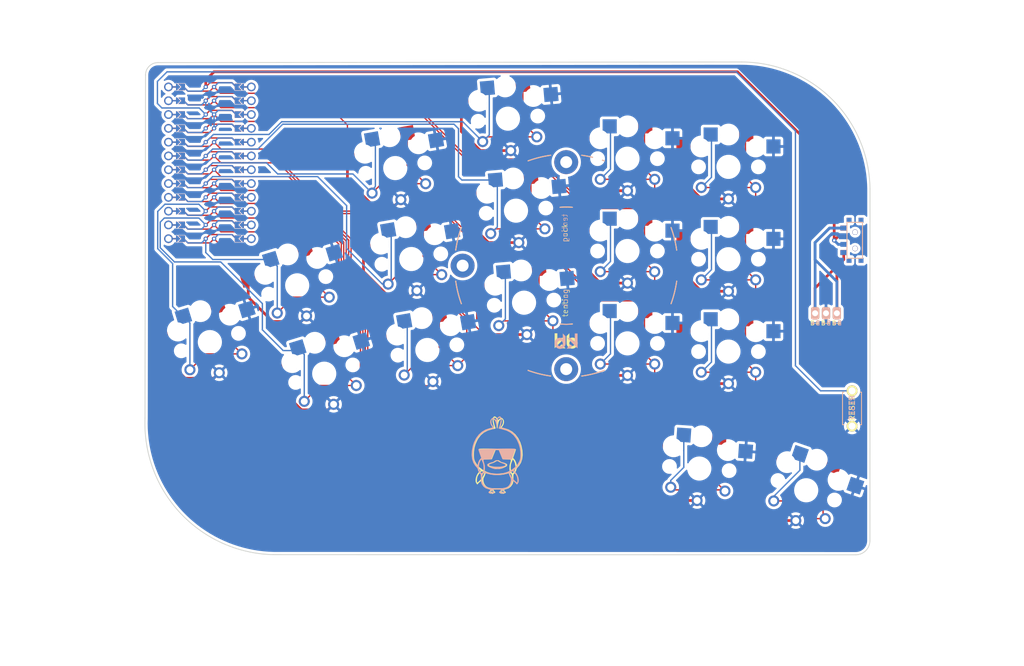
<source format=kicad_pcb>
(kicad_pcb (version 20211014) (generator pcbnew)
  (title_block (title "board") (rev "v1.0.0") (company "Unknown"))
  (layers (0 "F.Cu" signal) (31 "B.Cu" signal) (34 "B.Paste" user) (35 "F.Paste" user) (36 "B.SilkS" user "B.Silkscreen") (37 "F.SilkS" user "F.Silkscreen") (38 "B.Mask" user) (39 "F.Mask" user) (44 "Edge.Cuts" user))
  (net 0 "")
  (net 1 "P6")
  (net 2 "GND")
  (net 3 "P5")
  (net 4 "P4")
  (net 5 "P3")
  (net 6 "P2")
  (net 7 "P0")
  (net 8 "P1")
  (net 9 "P18")
  (net 10 "P15")
  (net 11 "P14")
  (net 12 "P16")
  (net 13 "P10")
  (net 14 "P19")
  (net 15 "P20")
  (net 16 "P21")
  (net 17 "P7")
  (net 18 "P8")
  (net 19 "P9")
  (net 20 "RAW")
  (net 21 "RST")
  (net 22 "VCC")
  (net 23 "Braw")
  (footprint "E73:SPDT_C128955" (layer "F.Cu") (at 157.269 -91.658 -90)
    (fp_text reference "T1" hide)
    (fp_text value "" hide)
  )
  (footprint "lib:bat" (layer "F.Cu") (at 151.924 -78.232)
    (fp_text reference "PAD1" hide)
    (fp_text value "" hide)
  )
  (footprint "kbd:ResetSW" (layer "F.Cu") (at 156.718 -60.706 90)
    (fp_text reference "B1" hide)
    (fp_text value "")
  )
  (footprint "Alaa:key" (layer "F.Cu") (at 72.700438 -104.95283 10)
    (fp_text reference "S11" hide)
    (fp_text value "" hide)
  )
  (footprint "Alaa:key" (layer "F.Cu") (at 94.905133 -97.114167 5)
    (fp_text reference "S15" hide)
    (fp_text value "" hide)
  )
  (footprint "Alaa:key" (layer "F.Cu") (at 115.411087 -89.686017)
    (fp_text reference "S21" hide)
    (fp_text value "" hide)
  )
  (footprint "Alaa:key" (layer "F.Cu") (at 133.985 -105.178)
    (fp_text reference "S29" hide)
    (fp_text value "" hide)
  )
  (footprint "LOGO" (layer "F.Cu") (at 91.44 -50.8)
    (fp_text reference "G***" hide)
    (fp_text value "LOGO" hide)
  )
  (footprint "Alaa:key" (layer "F.Cu") (at 148.283233 -45.648142 -19)
    (fp_text reference "S33" hide)
    (fp_text value "" hide)
  )
  (footprint "Alaa:key" (layer "F.Cu") (at 78.604476 -71.469366 10)
    (fp_text reference "S7" hide)
    (fp_text value "" hide)
  )
  (footprint "E73:SPDT_C128955" (layer "F.Cu") (at 157.269 -91.658 -90)
    (fp_text reference "T2" hide)
    (fp_text value "" hide)
  )
  (footprint "Alaa:key" (layer "F.Cu") (at 38.599617 -72.921745 17)
    (fp_text reference "S1" hide)
    (fp_text value "" hide)
  )
  (footprint "Alaa:key" (layer "F.Cu") (at 54.663006 -83.366197 17)
    (fp_text reference "S5" hide)
    (fp_text value "" hide)
  )
  (footprint "Alaa:key" (layer "F.Cu") (at 133.985 -88.178)
    (fp_text reference "S27" hide)
    (fp_text value "" hide)
  )
  (footprint "Alaa:key" (layer "F.Cu") (at 75.652457 -88.211098 10)
    (fp_text reference "S9" hide)
    (fp_text value "" hide)
  )
  (footprint "Alaa:key" (layer "F.Cu") (at 96.386781 -80.178857 5)
    (fp_text reference "S13" hide)
    (fp_text value "" hide)
  )
  (footprint "Alaa:key" (layer "F.Cu") (at 93.423486 -114.049477 5)
    (fp_text reference "S17" hide)
    (fp_text value "" hide)
  )
  (footprint "kbd:Tenting_Puck2" (layer "F.Cu") (at 104.14 -86.995)
    (fp_text reference "REF**")
    (fp_text value "Tenting Puck")
  )
  (footprint "Alaa:key" (layer "F.Cu") (at 128.62109 -49.648451 -4)
    (fp_text reference "S31" hide)
    (fp_text value "" hide)
  )
  (footprint "Alaa:key" (layer "F.Cu") (at 59.633325 -67.109016 17)
    (fp_text reference "S3" hide)
    (fp_text value "" hide)
  )
  (footprint "Alaa:key" (layer "F.Cu") (at 115.411087 -106.686017)
    (fp_text reference "S23" hide)
    (fp_text value "" hide)
  )
  (footprint "Alaa:key" (layer "F.Cu") (at 133.985 -71.178)
    (fp_text reference "S25" hide)
    (fp_text value "" hide)
  )
  (footprint "Alaa:key" (layer "F.Cu") (at 115.411087 -72.686017)
    (fp_text reference "S19" hide)
    (fp_text value "" hide)
  )
  (footprint "LOGO" (layer "B.Cu") (at 91.44 -50.8 180)
    (fp_text reference "G***" hide)
    (fp_text value "LOGO" hide)
  )
  (footprint "ProMicro" (layer "B.Cu") (at 38.608 -105.918 -90)
    (fp_text reference "")
    (fp_text value "")
  )
  (gr_line (start 136.378 -124.477905) (end 29.048446 -124.367554) (layer "Edge.Cuts") (width 0.15))
  (gr_line (start 26.67 -58.928) (end 26.762446 -122.081554) (layer "Edge.Cuts") (width 0.15))
  (gr_arc (start 136.378 -124.477905) (mid 153.005122 -117.643705) (end 160.02 -101.092) (layer "Edge.Cuts") (width 0.15))
  (gr_arc (start 50.292 -33.794081) (mid 33.209738 -41.406869) (end 26.67 -58.928) (layer "Edge.Cuts") (width 0.15))
  (gr_arc (start 160.00102 -36.322) (mid 159.230194 -34.525146) (end 157.426728 -33.769919) (layer "Edge.Cuts") (width 0.15))
  (gr_line (start 160.00102 -36.322) (end 160.02 -101.092) (layer "Edge.Cuts") (width 0.15))
  (gr_line (start 157.426728 -33.769919) (end 50.292 -33.794081) (layer "Edge.Cuts") (width 0.15))
  (gr_arc (start 26.762446 -122.081554) (mid 27.432 -123.698) (end 29.048446 -124.367554) (layer "Edge.Cuts") (width 0.15))
  (segment (start 63.672973 -83.522181) (end 64.008 -83.187154) (width 0.25) (layer "F.Cu") (net 1))
  (segment (start 63.672973 -91.518155) (end 63.672973 -83.522181) (width 0.25) (layer "F.Cu") (net 1))
  (segment (start 118.536566 -78.486496) (end 118.536566 -70.760538) (width 0.25) (layer "F.Cu") (net 1))
  (segment (start 40.494511 -98.443489) (end 56.747639 -98.443489) (width 0.25) (layer "F.Cu") (net 1))
  (segment (start 39.37 -99.568) (end 40.494511 -98.443489) (width 0.25) (layer "F.Cu") (net 1))
  (segment (start 64.008 -83.187151) (end 67.64256 -79.552591) (width 0.25) (layer "F.Cu") (net 1))
  (segment (start 119.77104 -61.60504) (end 120.411087 -62.245087) (width 0.25) (layer "F.Cu") (net 1))
  (segment (start 118.536566 -70.760538) (end 120.411087 -68.886017) (width 0.25) (layer "F.Cu") (net 1))
  (segment (start 118.686087 -78.636017) (end 118.536566 -78.486496) (width 0.25) (layer "F.Cu") (net 1))
  (segment (start 120.411087 -62.245087) (end 120.411087 -68.886017) (width 0.25) (layer "F.Cu") (net 1))
  (segment (start 67.64256 -67.868594) (end 73.906114 -61.60504) (width 0.25) (layer "F.Cu") (net 1))
  (segment (start 73.906114 -61.60504) (end 119.77104 -61.60504) (width 0.25) (layer "F.Cu") (net 1))
  (segment (start 67.64256 -79.552591) (end 67.64256 -67.868594) (width 0.25) (layer "F.Cu") (net 1))
  (segment (start 120.411087 -68.886017) (end 110.411087 -68.886017) (width 0.25) (layer "F.Cu") (net 1))
  (segment (start 64.008 -83.187154) (end 64.008 -83.187151) (width 0.25) (layer "F.Cu") (net 1))
  (segment (start 56.747639 -98.443489) (end 63.672973 -91.518155) (width 0.25) (layer "F.Cu") (net 1))
  (segment (start 112.285608 -79.029475) (end 112.285608 -70.760538) (width 0.25) (layer "B.Cu") (net 1))
  (segment (start 112.285608 -70.760538) (end 110.411087 -68.886017) (width 0.25) (layer "B.Cu") (net 1))
  (segment (start 55.452647 -60.450819) (end 50.623509 -65.279957) (width 0.5) (layer "F.Cu") (net 2))
  (segment (start 88.357387 -108.171928) (end 84.853141 -111.676174) (width 0.5) (layer "F.Cu") (net 2))
  (segment (start 68.520026 -98.126465) (end 63.899973 -102.746518) (width 0.5) (layer "F.Cu") (net 2))
  (segment (start 63.899973 -112.884027) (end 63.899973 -107.20892) (width 0.25) (layer "F.Cu") (net 2))
  (segment (start 119.788424 -46.581576) (end 119.788424 -52.722072) (width 0.5) (layer "F.Cu") (net 2))
  (segment (start 50.133217 -76.708) (end 45.653189 -81.188028) (width 0.5) (layer "F.Cu") (net 2))
  (segment (start 108.15356 -68.448217) (end 108.15356 -75.418544) (width 0.5) (layer "F.Cu") (net 2))
  (segment (start 55.372 -76.708) (end 50.133217 -76.708) (width 0.5) (layer "F.Cu") (net 2))
  (segment (start 125.71 -85.580453) (end 125.71 -91.928) (width 0.5) (layer "F.Cu") (net 2))
  (segment (start 139.851259 -42.520741) (end 139.851259 -49.708566) (width 0.5) (layer "F.Cu") (net 2))
  (segment (start 56.387999 -77.723999) (end 55.372 -76.708) (width 0.5) (layer "F.Cu") (net 2))
  (segment (start 39.37 -114.808) (end 40.64 -113.538) (width 0.25) (layer "F.Cu") (net 2))
  (segment (start 133.985 -82.278) (end 129.012453 -82.278) (width 0.5) (layer "F.Cu") (net 2))
  (segment (start 78.721517 -64.751517) (end 72.569226 -64.751517) (width 0.5) (layer "F.Cu") (net 2))
  (segment (start 84.853141 -111.676174) (end 84.853141 -117.063993) (width 0.5) (layer "F.Cu") (net 2))
  (segment (start 71.393358 -81.384733) (end 66.851992 -85.926099) (width 0.5) (layer "F.Cu") (net 2))
  (segment (start 61.358318 -61.466818) (end 60.342319 -60.450819) (width 0.5) (layer "F.Cu") (net 2))
  (segment (start 50.499075 -113.538) (end 52.531075 -115.57) (width 0.25) (layer "F.Cu") (net 2))
  (segment (start 52.531075 -115.57) (end 61.214 -115.57) (width 0.25) (layer "F.Cu") (net 2))
  (segment (start 125.71 -102.580453) (end 125.71 -108.928) (width 0.5) (layer "F.Cu") (net 2))
  (segment (start 109.81576 -66.786017) (end 108.15356 -68.448217) (width 0.5) (layer "F.Cu") (net 2))
  (segment (start 93.937705 -108.171928) (end 88.357387 -108.171928) (width 0.5) (layer "F.Cu") (net 2))
  (segment (start 73.724962 -99.142464) (end 72.708963 -98.126465) (width 0.5) (layer "F.Cu") (net 2))
  (segment (start 90.798692 -74.301308) (end 87.816436 -77.283564) (width 0.5) (layer "F.Cu") (net 2))
  (segment (start 45.653189 -81.188028) (end 45.653189 -84.532964) (width 0.5) (layer "F.Cu") (net 2))
  (segment (start 129.012453 -99.278) (end 125.71 -102.580453) (width 0.5) (layer "F.Cu") (net 2))
  (segment (start 107.136087 -103.216201) (end 107.136087 -110.436017) (width 0.5) (layer "F.Cu") (net 2))
  (segment (start 87.816436 -77.283564) (end 87.816436 -83.193373) (width 0.5) (layer "F.Cu") (net 2))
  (segment (start 128.209528 -43.762822) (end 122.607178 -43.762822) (width 0.5) (layer "F.Cu") (net 2))
  (segment (start 115.411087 -100.786017) (end 109.566271 -100.786017) (width 0.5) (layer "F.Cu") (net 2))
  (segment (start 110.43854 -83.786017) (end 107.136087 -87.08847) (width 0.5) (layer "F.Cu") (net 2))
  (segment (start 129.012453 -82.278) (end 125.71 -85.580453) (width 0.5) (layer "F.Cu") (net 2))
  (segment (start 63.899973 -102.746518) (end 63.899973 -107.20892) (width 0.5) (layer "F.Cu") (net 2))
  (segment (start 115.411087 -83.786017) (end 110.43854 -83.786017) (width 0.5) (layer "F.Cu") (net 2))
  (segment (start 125.71 -68.092) (end 125.71 -74.928) (width 0.5) (layer "F.Cu") (net 2))
  (segment (start 61.214 -115.57) (end 63.899973 -112.884027) (width 0.25) (layer "F.Cu") (net 2))
  (segment (start 86.334788 -94.740864) (end 86.334788 -100.128683) (width 0.5) (layer "F.Cu") (net 2))
  (segment (start 107.136087 -87.08847) (end 107.136087 -93.436017) (width 0.5) (layer "F.Cu") (net 2))
  (segment (start 34.062952 -66.263548) (end 29.5898 -70.7367) (width 0.5) (layer "F.Cu") (net 2))
  (segment (start 115.411087 -66.786017) (end 109.81576 -66.786017) (width 0.5) (layer "F.Cu") (net 2))
  (segment (start 128.524 -65.278) (end 125.71 -68.092) (width 0.5) (layer "F.Cu") (net 2))
  (segment (start 109.566271 -100.786017) (end 107.136087 -103.216201) (width 0.5) (layer "F.Cu") (net 2))
  (segment (start 146.362381 -40.069582) (end 142.302418 -40.069582) (width 0.5) (layer "F.Cu") (net 2))
  (segment (start 96.901 -74.301308) (end 90.798692 -74.301308) (width 0.5) (layer "F.Cu") (net 2))
  (segment (start 142.302418 -40.069582) (end 139.851259 -42.520741) (width 0.5) (layer "F.Cu") (net 2))
  (segment (start 139.851259 -49.708566) (end 141.679948 -51.887913) (width 0.5) (layer "F.Cu") (net 2))
  (segment (start 40.64 -113.538) (end 50.499075 -113.538) (width 0.25) (layer "F.Cu") (net 2))
  (segment (start 60.342319 -60.450819) (end 55.452647 -60.450819) (width 0.5) (layer "F.Cu") (net 2))
  (segment (start 39.308611 -66.263548) (end 34.062952 -66.263548) (width 0.5) (layer "F.Cu") (net 2))
  (segment (start 133.985 -65.278) (end 128.524 -65.278) (width 0.5) (layer "F.Cu") (net 2))
  (segment (start 29.5898 -70.7367) (end 29.5898 -74.088512) (width 0.5) (layer "F.Cu") (net 2))
  (segment (start 133.985 -99.278) (end 129.012453 -99.278) (width 0.5) (layer "F.Cu") (net 2))
  (segment (start 50.623509 -65.279957) (end 50.623509 -68.275783) (width 0.5) (layer "F.Cu") (net 2))
  (segment (start 76.676981 -82.400732) (end 75.660982 -81.384733) (width 0.5) (layer "F.Cu") (net 2))
  (segment (start 95.419352 -91.236618) (end 89.839034 -91.236618) (width 0.5) (layer "F.Cu") (net 2))
  (segment (start 75.660982 -81.384733) (end 71.393358 -81.384733) (width 0.5) (layer "F.Cu") (net 2))
  (segment (start 72.569226 -64.751517) (end 69.804011 -67.516732) (width 0.5) (layer "F.Cu") (net 2))
  (segment (start 79.629 -65.659) (end 78.721517 -64.751517) (width 0.5) (layer "F.Cu") (net 2))
  (segment (start 89.839034 -91.236618) (end 86.334788 -94.740864) (width 0.5) (layer "F.Cu") (net 2))
  (segment (start 66.851992 -85.926099) (end 66.851992 -90.467188) (width 0.5) (layer "F.Cu") (net 2))
  (segment (start 40.32461 -67.279547) (end 39.308611 -66.263548) (width 0.5) (layer "F.Cu") (net 2))
  (segment (start 122.607178 -43.762822) (end 119.788424 -46.581576) (width 0.5) (layer "F.Cu") (net 2))
  (segment (start 69.804011 -67.516732) (end 69.804011 -73.725456) (width 0.5) (layer "F.Cu") (net 2))
  (segment (start 72.708963 -98.126465) (end 68.520026 -98.126465) (width 0.5) (layer "F.Cu") (net 2))
  (segment (start 37.846 -116.332) (end 39.37 -114.808) (width 0.25) (layer "B.Cu") (net 2))
  (segment (start 37.846 -117.348) (end 37.846 -116.332) (width 0.25) (layer "B.Cu") (net 2))
  (segment (start 39.37 -114.808) (end 39.37 -112.268) (width 0.25) (layer "B.Cu") (net 2))
  (segment (start 85.852 -76.834282) (end 85.852 -70.258959) (width 0.25) (layer "F.Cu") (net 3))
  (segment (start 85.852 -70.258959) (end 84.188378 -68.595337) (width 0.25) (layer "F.Cu") (net 3))
  (segment (start 64.122493 -91.704353) (end 64.122493 -83.708379) (width 0.25) (layer "F.Cu") (net 3))
  (segment (start 80.796515 -71.9872) (end 84.188378 -68.595337) (width 0.25) (layer "F.Cu") (net 3))
  (segment (start 40.64 -100.838) (end 54.988846 -100.838) (width 0.25) (layer "F.Cu") (net 3))
  (segment (start 84.188378 -68.595337) (end 76.076781 -68.595337) (width 0.25) (layer "F.Cu") (net 3))
  (segment (start 80.796515 -77.89767) (end 80.796515 -71.9872) (width 0.25) (layer "F.Cu") (net 3))
  (segment (start 76.076781 -68.595337) (end 74.3403 -66.858856) (width 0.25) (layer "F.Cu") (net 3))
  (segment (start 82.617802 -80.06848) (end 85.852 -76.834282) (width 0.25) (layer "F.Cu") (net 3))
  (segment (start 54.988846 -100.838) (end 64.122493 -91.704353) (width 0.25) (layer "F.Cu") (net 3))
  (segment (start 64.122493 -83.708379) (end 67.762393 -80.06848) (width 0.25) (layer "F.Cu") (net 3))
  (segment (start 67.762393 -80.06848) (end 82.617802 -80.06848) (width 0.25) (layer "F.Cu") (net 3))
  (segment (start 39.37 -102.108) (end 40.64 -100.838) (width 0.25) (layer "F.Cu") (net 3))
  (segment (start 74.346024 -76.760274) (end 74.903778 -76.20252) (width 0.25) (layer "B.Cu") (net 3))
  (segment (start 74.903778 -76.20252) (end 74.903778 -67.422334) (width 0.25) (layer "B.Cu") (net 3))
  (segment (start 92.608557 -76.829096) (end 91.736999 -75.957538) (width 0.25) (layer "F.Cu") (net 4))
  (segment (start 100.584 -72.39) (end 101.698946 -73.504946) (width 0.25) (layer "F.Cu") (net 4))
  (segment (start 101.698946 -76.829096) (end 99.130742 -79.3973) (width 0.25) (layer "F.Cu") (net 4))
  (segment (start 99.130742 -79.3973) (end 99.130742 -86.391651) (width 0.25) (layer "F.Cu") (net 4))
  (segment (start 101.698946 -73.504946) (end 101.698946 -76.829096) (width 0.25) (layer "F.Cu") (net 4))
  (segment (start 67.94859 -80.518) (end 82.804 -80.518) (width 0.25) (layer "F.Cu") (net 4))
  (segment (start 39.37 -104.648) (end 40.64 -103.378) (width 0.25) (layer "F.Cu") (net 4))
  (segment (start 40.64 -103.378) (end 53.084564 -103.378) (width 0.25) (layer "F.Cu") (net 4))
  (segment (start 53.084564 -103.378) (end 64.572013 -91.890551) (width 0.25) (layer "F.Cu") (net 4))
  (segment (start 101.698946 -76.829096) (end 92.608557 -76.829096) (width 0.25) (layer "F.Cu") (net 4))
  (segment (start 64.572013 -83.894577) (end 67.94859 -80.518) (width 0.25) (layer "F.Cu") (net 4))
  (segment (start 64.572013 -91.890551) (end 64.572013 -83.894577) (width 0.25) (layer "F.Cu") (net 4))
  (segment (start 90.932 -72.39) (end 100.584 -72.39) (width 0.25) (layer "F.Cu") (net 4))
  (segment (start 82.804 -80.518) (end 90.932 -72.39) (width 0.25) (layer "F.Cu") (net 4))
  (segment (start 92.605667 -85.82078) (end 92.953494 -85.472953) (width 0.25) (layer "B.Cu") (net 4))
  (segment (start 92.953494 -77.174033) (end 91.736999 -75.957538) (width 0.25) (layer "B.Cu") (net 4))
  (segment (start 92.953494 -85.472953) (end 92.953494 -77.174033) (width 0.25) (layer "B.Cu") (net 4))
  (segment (start 138.985 -81.073) (end 138.985 -84.378) (width 0.25) (layer "F.Cu") (net 5))
  (segment (start 137.110479 -86.252521) (end 137.110479 -93.978479) (width 0.25) (layer "F.Cu") (net 5))
  (segment (start 138.43 -80.518) (end 138.985 -81.073) (width 0.25) (layer "F.Cu") (net 5))
  (segment (start 40.64 -105.918) (end 51.180282 -105.918) (width 0.25) (layer "F.Cu") (net 5))
  (segment (start 89.662 -88.646) (end 101.6 -88.646) (width 0.25) (layer "F.Cu") (net 5))
  (segment (start 81.72952 -96.57848) (end 89.662 -88.646) (width 0.25) (layer "F.Cu") (net 5))
  (segment (start 109.728 -80.518) (end 138.43 -80.518) (width 0.25) (layer "F.Cu") (net 5))
  (segment (start 138.985 -84.378) (end 137.110479 -86.252521) (width 0.25) (layer "F.Cu") (net 5))
  (segment (start 137.110479 -93.978479) (end 137.26 -94.128) (width 0.25) (layer "F.Cu") (net 5))
  (segment (start 39.37 -107.188) (end 40.64 -105.918) (width 0.25) (layer "F.Cu") (net 5))
  (segment (start 51.180282 -105.918) (end 60.519802 -96.57848) (width 0.25) (layer "F.Cu") (net 5))
  (segment (start 60.519802 -96.57848) (end 81.72952 -96.57848) (width 0.25) (layer "F.Cu") (net 5))
  (segment (start 101.6 -88.646) (end 109.728 -80.518) (width 0.25) (layer "F.Cu") (net 5))
  (segment (start 128.985 -84.378) (end 138.985 -84.378) (width 0.25) (layer "F.Cu") (net 5))
  (segment (start 130.71 -94.128) (end 130.859521 -93.978479) (width 0.25) (layer "B.Cu") (net 5))
  (segment (start 130.859521 -93.978479) (end 130.859521 -86.252521) (width 0.25) (layer "B.Cu") (net 5))
  (segment (start 130.859521 -86.252521) (end 128.985 -84.378) (width 0.25) (layer "B.Cu") (net 5))
  (segment (start 101.786198 -89.09552) (end 109.914198 -80.96752) (width 0.25) (layer "F.Cu") (net 6))
  (segment (start 118.536566 -87.760538) (end 120.411087 -85.886017) (width 0.25) (layer "F.Cu") (net 6))
  (segment (start 110.411087 -85.886017) (end 120.411087 -85.886017) (width 0.25) (layer "F.Cu") (net 6))
  (segment (start 89.848198 -89.09552) (end 101.786198 -89.09552) (width 0.25) (layer "F.Cu") (net 6))
  (segment (start 60.706 -97.028) (end 81.915718 -97.028) (width 0.25) (layer "F.Cu") (net 6))
  (segment (start 49.276 -108.458) (end 60.706 -97.028) (width 0.25) (layer "F.Cu") (net 6))
  (segment (start 118.536566 -95.486496) (end 118.536566 -87.760538) (width 0.25) (layer "F.Cu") (net 6))
  (segment (start 40.64 -108.458) (end 49.276 -108.458) (width 0.25) (layer "F.Cu") (net 6))
  (segment (start 118.686087 -95.636017) (end 118.536566 -95.486496) (width 0.25) (layer "F.Cu") (net 6))
  (segment (start 119.82952 -80.96752) (end 120.411087 -81.549087) (width 0.25) (layer "F.Cu") (net 6))
  (segment (start 120.411087 -81.549087) (end 120.411087 -85.886017) (width 0.25) (layer "F.Cu") (net 6))
  (segment (start 39.37 -109.728) (end 40.64 -108.458) (width 0.25) (layer "F.Cu") (net 6))
  (segment (start 81.915718 -97.028) (end 89.848198 -89.09552) (width 0.25) (layer "F.Cu") (net 6))
  (segment (start 109.914198 -80.96752) (end 119.82952 -80.96752) (width 0.25) (layer "F.Cu") (net 6))
  (segment (start 112.285608 -96.029475) (end 112.285608 -87.760538) (width 0.25) (layer "B.Cu") (net 6))
  (segment (start 112.285608 -87.760538) (end 110.411087 -85.886017) (width 0.25) (layer "B.Cu") (net 6))
  (segment (start 40.64 -116.078) (end 76.2 -116.078) (width 0.25) (layer "F.Cu") (net 7))
  (segment (start 39.37 -117.348) (end 40.64 -116.078) (width 0.25) (layer "F.Cu") (net 7))
  (segment (start 137.110479 -103.252521) (end 137.110479 -110.978479) (width 0.25) (layer "F.Cu") (net 7))
  (segment (start 128.985 -101.378) (end 138.985 -101.378) (width 0.25) (layer "F.Cu") (net 7))
  (segment (start 137.110479 -110.978479) (end 137.26 -111.128) (width 0.25) (layer "F.Cu") (net 7))
  (segment (start 138.985 -101.378) (end 137.110479 -103.252521) (width 0.25) (layer "F.Cu") (net 7))
  (segment (start 76.2 -116.078) (end 86.106 -106.172) (width 0.25) (layer "F.Cu") (net 7))
  (segment (start 98.806 -106.172) (end 107.467462 -97.510538) (width 0.25) (layer "F.Cu") (net 7))
  (segment (start 138.150538 -97.510538) (end 138.985 -98.345) (width 0.25) (layer "F.Cu") (net 7))
  (segment (start 138.985 -98.345) (end 138.985 -101.378) (width 0.25) (layer "F.Cu") (net 7))
  (segment (start 86.106 -106.172) (end 98.806 -106.172) (width 0.25) (layer "F.Cu") (net 7))
  (segment (start 107.467462 -97.510538) (end 138.150538 -97.510538) (width 0.25) (layer "F.Cu") (net 7))
  (segment (start 130.859521 -103.252521) (end 128.985 -101.378) (width 0.25) (layer "B.Cu") (net 7))
  (segment (start 130.71 -111.128) (end 130.859521 -110.978479) (width 0.25) (layer "B.Cu") (net 7))
  (segment (start 130.859521 -110.978479) (end 130.859521 -103.252521) (width 0.25) (layer "B.Cu") (net 7))
  (segment (start 52.324 -116.586) (end 76.327718 -116.586) (width 0.25) (layer "F.Cu") (net 8))
  (segment (start 118.536566 -112.486496) (end 118.536566 -104.760538) (width 0.25) (layer "F.Cu") (net 8))
  (segment (start 76.327718 -116.586) (end 86.292198 -106.62152) (width 0.25) (layer "F.Cu") (net 8))
  (segment (start 120.411087 -98.567087) (end 120.411087 -102.886017) (width 0.25) (layer "F.Cu") (net 8))
  (segment (start 50.190189 -118.719811) (end 52.324 -116.586) (width 0.25) (layer "F.Cu") (net 8))
  (segment (start 120.411087 -102.886017) (end 110.411087 -102.886017) (width 0.25) (layer "F.Cu") (net 8))
  (segment (start 118.686087 -112.636017) (end 118.536566 -112.486496) (width 0.25) (layer "F.Cu") (net 8))
  (segment (start 39.37 -119.888) (end 40.538189 -118.719811) (width 0.25) (layer "F.Cu") (net 8))
  (segment (start 107.65366 -97.960058) (end 119.804058 -97.960058) (width 0.25) (layer "F.Cu") (net 8))
  (segment (start 40.538189 -118.719811) (end 50.190189 -118.719811) (width 0.25) (layer "F.Cu") (net 8))
  (segment (start 98.992198 -106.62152) (end 107.65366 -97.960058) (width 0.25) (layer "F.Cu") (net 8))
  (segment (start 86.292198 -106.62152) (end 98.992198 -106.62152) (width 0.25) (layer "F.Cu") (net 8))
  (segment (start 119.804058 -97.960058) (end 120.411087 -98.567087) (width 0.25) (layer "F.Cu") (net 8))
  (segment (start 118.536566 -104.760538) (end 120.411087 -102.886017) (width 0.25) (layer "F.Cu") (net 8))
  (segment (start 112.285608 -104.760538) (end 110.411087 -102.886017) (width 0.25) (layer "B.Cu") (net 8))
  (segment (start 112.285608 -113.029475) (end 112.285608 -104.760538) (width 0.25) (layer "B.Cu") (net 8))
  (segment (start 77.844496 -88.728932) (end 81.236359 -85.337069) (width 0.25) (layer "F.Cu") (net 9))
  (segment (start 77.844496 -94.639402) (end 77.844496 -88.728932) (width 0.25) (layer "F.Cu") (net 9))
  (segment (start 81.236359 -85.337069) (end 73.124762 -85.337069) (width 0.25) (layer "F.Cu") (net 9))
  (segment (start 73.124762 -85.337069) (end 71.388281 -83.600588) (width 0.25) (layer "F.Cu") (net 9))
  (segment (start 71.951759 -84.164066) (end 71.388281 -83.600588) (width 0.25) (layer "B.Cu") (net 9))
  (segment (start 39.126568 -103.388568) (end 58.409432 -103.388568) (width 0.25) (layer "B.Cu") (net 9))
  (segment (start 71.951759 -92.944252) (end 71.951759 -84.164066) (width 0.25) (layer "B.Cu") (net 9))
  (segment (start 37.846 -102.108) (end 39.126568 -103.388568) (width 0.25) (layer "B.Cu") (net 9))
  (segment (start 70.323412 -83.600588) (end 71.388281 -83.600588) (width 0.25) (layer "B.Cu") (net 9))
  (segment (start 63.754 -90.17) (end 70.323412 -83.600588) (width 0.25) (layer "B.Cu") (net 9))
  (segment (start 58.409432 -103.388568) (end 63.754 -98.044) (width 0.25) (layer "B.Cu") (net 9))
  (segment (start 71.394005 -93.502006) (end 71.951759 -92.944252) (width 0.25) (layer "B.Cu") (net 9))
  (segment (start 63.754 -98.044) (end 63.754 -90.17) (width 0.25) (layer "B.Cu") (net 9))
  (segment (start 37.852823 -70.749645) (end 34.929106 -67.825928) (width 0.25) (layer "F.Cu") (net 11))
  (segment (start 44.492153 -70.749645) (end 37.852823 -70.749645) (width 0.25) (layer "F.Cu") (net 11))
  (segment (start 39.991903 -79.569276) (end 39.991903 -75.249895) (width 0.25) (layer "F.Cu") (net 11))
  (segment (start 39.991903 -75.249895) (end 44.492153 -70.749645) (width 0.25) (layer "F.Cu") (net 11))
  (segment (start 31.75 -79.47019) (end 31.75 -87.374564) (width 0.25) (layer "B.Cu") (net 11))
  (segment (start 36.576 -98.298) (end 37.846 -97.028) (width 0.25) (layer "B.Cu") (net 11))
  (segment (start 29.01448 -96.977969) (end 30.334511 -98.298) (width 0.25) (layer "B.Cu") (net 11))
  (segment (start 34.929106 -76.453241) (end 33.728106 -77.654241) (width 0.25) (layer "B.Cu") (net 11))
  (segment (start 34.929106 -67.825928) (end 34.929106 -76.453241) (width 0.25) (layer "B.Cu") (net 11))
  (segment (start 31.75 -87.374564) (end 29.01448 -90.110084) (width 0.25) (layer "B.Cu") (net 11))
  (segment (start 33.199433 -78.020757) (end 31.75 -79.47019) (width 0.25) (layer "B.Cu") (net 11))
  (segment (start 30.334511 -98.298) (end 36.576 -98.298) (width 0.25) (layer "B.Cu") (net 11))
  (segment (start 29.01448 -90.110084) (end 29.01448 -96.977969) (width 0.25) (layer "B.Cu") (net 11))
  (segment (start 61.025611 -69.437166) (end 65.525861 -64.936916) (width 0.25) (layer "F.Cu") (net 12))
  (segment (start 65.525861 -64.936916) (end 58.886531 -64.936916) (width 0.25) (layer "F.Cu") (net 12))
  (segment (start 58.886531 -64.936916) (end 55.962814 -62.013199) (width 0.25) (layer "F.Cu") (net 12))
  (segment (start 61.025611 -73.756547) (end 61.025611 -69.437166) (width 0.25) (layer "F.Cu") (net 12))
  (segment (start 40.590374 -87.679626) (end 32.080656 -87.679626) (width 0.25) (layer "B.Cu") (net 12))
  (segment (start 36.576 -95.758) (end 37.846 -94.488) (width 0.25) (layer "B.Cu") (net 12))
  (segment (start 54.233141 -71.358455) (end 52.085545 -71.358455) (width 0.25) (layer "B.Cu") (net 12))
  (segment (start 30.226 -95.758) (end 36.576 -95.758) (width 0.25) (layer "B.Cu") (net 12))
  (segment (start 55.962814 -62.013199) (end 55.962814 -70.640512) (width 0.25) (layer "B.Cu") (net 12))
  (segment (start 29.464 -94.996) (end 30.226 -95.758) (width 0.25) (layer "B.Cu") (net 12))
  (segment (start 32.080656 -87.679626) (end 29.464 -90.296282) (width 0.25) (layer "B.Cu") (net 12))
  (segment (start 48.26 -75.184) (end 48.26 -80.01) (width 0.25) (layer "B.Cu") (net 12))
  (segment (start 52.085545 -71.358455) (end 48.26 -75.184) (width 0.25) (layer "B.Cu") (net 12))
  (segment (start 55.962814 -70.640512) (end 54.761814 -71.841512) (width 0.25) (layer "B.Cu") (net 12))
  (segment (start 29.464 -90.296282) (end 29.464 -94.996) (width 0.25) (layer "B.Cu") (net 12))
  (segment (start 48.26 -80.01) (end 40.590374 -87.679626) (width 0.25) (layer "B.Cu") (net 12))
  (segment (start 60.555542 -81.194097) (end 53.916212 -81.194097) (width 0.25) (layer "F.Cu") (net 13))
  (segment (start 56.055292 -90.013728) (end 56.055292 -85.694347) (width 0.25) (layer "F.Cu") (net 13))
  (segment (start 53.916212 -81.194097) (end 50.992495 -78.27038) (width 0.25) (layer "F.Cu") (net 13))
  (segment (start 56.055292 -85.694347) (end 60.555542 -81.194097) (width 0.25) (layer "F.Cu") (net 13))
  (segment (start 49.262822 -87.615636) (end 48.749312 -88.129146) (width 0.25) (layer "B.Cu") (net 13))
  (segment (start 50.992495 -86.897693) (end 49.791495 -88.098693) (width 0.25) (layer "B.Cu") (net 13))
  (segment (start 39.124854 -88.129146) (end 37.846 -89.408) (width 0.25) (layer "B.Cu") (net 13))
  (segment (start 50.992495 -78.27038) (end 50.992495 -86.897693) (width 0.25) (layer "B.Cu") (net 13))
  (segment (start 48.749312 -88.129146) (end 39.124854 -88.129146) (width 0.25) (layer "B.Cu") (net 13))
  (segment (start 37.846 -89.408) (end 37.846 -91.948) (width 0.25) (layer "B.Cu") (net 13))
  (segment (start 70.172743 -102.078801) (end 68.436262 -100.34232) (width 0.25) (layer "F.Cu") (net 14))
  (segment (start 74.892477 -111.381134) (end 74.892477 -105.470664) (width 0.25) (layer "F.Cu") (net 14))
  (segment (start 78.28434 -102.078801) (end 70.172743 -102.078801) (width 0.25) (layer "F.Cu") (net 14))
  (segment (start 74.892477 -105.470664) (end 78.28434 -102.078801) (width 0.25) (layer "F.Cu") (net 14))
  (segment (start 51.070276 -103.869724) (end 64.908858 -103.869724) (width 0.25) (layer "B.Cu") (net 14))
  (segment (start 49.022 -105.918) (end 51.070276 -103.869724) (width 0.25) (layer "B.Cu") (net 14))
  (segment (start 39.116 -105.918) (end 49.022 -105.918) (width 0.25) (layer "B.Cu") (net 14))
  (segment (start 67.847017 -110.243738) (end 69.044359 -109.046396) (width 0.25) (layer "B.Cu") (net 14))
  (segment (start 64.908858 -103.869724) (end 68.436262 -100.34232) (width 0.25) (layer "B.Cu") (net 14))
  (segment (start 37.846 -104.648) (end 39.116 -105.918) (width 0.25) (layer "B.Cu") (net 14))
  (segment (start 69.044359 -101.545386) (end 67.841293 -100.34232) (width 0.25) (layer "B.Cu") (net 14))
  (segment (start 69.044359 -109.046396) (end 69.044359 -101.545386) (width 0.25) (layer "B.Cu") (net 14))
  (segment (start 100.217298 -93.764406) (end 91.126909 -93.764406) (width 0.25) (layer "F.Cu") (net 15))
  (segment (start 97.649094 -96.33261) (end 100.217298 -93.764406) (width 0.25) (layer "F.Cu") (net 15))
  (segment (start 97.649094 -103.326961) (end 97.649094 -96.33261) (width 0.25) (layer "F.Cu") (net 15))
  (segment (start 91.126909 -93.764406) (end 90.255351 -92.892848) (width 0.25) (layer "F.Cu") (net 15))
  (segment (start 84.94991 -102.75609) (end 91.124019 -102.75609) (width 0.25) (layer "B.Cu") (net 15))
  (segment (start 47.429021 -108.459761) (end 51.99926 -113.03) (width 0.25) (layer "B.Cu") (net 15))
  (segment (start 91.471846 -94.109343) (end 90.255351 -92.892848) (width 0.25) (layer "B.Cu") (net 15))
  (segment (start 91.471846 -102.408263) (end 91.471846 -94.109343) (width 0.25) (layer "B.Cu") (net 15))
  (segment (start 84.328 -103.378) (end 84.94991 -102.75609) (width 0.25) (layer "B.Cu") (net 15))
  (segment (start 84.328 -112.204141) (end 84.328 -103.378) (width 0.25) (layer "B.Cu") (net 15))
  (segment (start 39.117761 -108.459761) (end 47.429021 -108.459761) (width 0.25) (layer "B.Cu") (net 15))
  (segment (start 51.99926 -113.03) (end 83.502141 -113.03) (width 0.25) (layer "B.Cu") (net 15))
  (segment (start 37.846 -107.188) (end 39.117761 -108.459761) (width 0.25) (layer "B.Cu") (net 15))
  (segment (start 83.502141 -113.03) (end 84.328 -112.204141) (width 0.25) (layer "B.Cu") (net 15))
  (segment (start 91.124019 -102.75609) (end 91.471846 -102.408263) (width 0.25) (layer "B.Cu") (net 15))
  (segment (start 96.167447 -120.262271) (end 96.167447 -113.26792) (width 0.25) (layer "F.Cu") (net 16))
  (segment (start 89.645262 -110.699716) (end 88.773704 -109.828158) (width 0.25) (layer "F.Cu") (net 16))
  (segment (start 98.735651 -110.699716) (end 89.645262 -110.699716) (width 0.25) (layer "F.Cu") (net 16))
  (segment (start 96.167447 -113.26792) (end 98.735651 -110.699716) (width 0.25) (layer "F.Cu") (net 16))
  (segment (start 37.846 -109.728) (end 39.261489 -111.143489) (width 0.25) (layer "B.Cu") (net 16))
  (segment (start 49.477031 -111.143489) (end 51.813062 -113.47952) (width 0.25) (layer "B.Cu") (net 16))
  (segment (start 51.813062 -113.47952) (end 85.122342 -113.47952) (width 0.25) (layer "B.Cu") (net 16))
  (segment (start 89.990199 -111.044653) (end 88.773704 -109.828158) (width 0.25) (layer "B.Cu") (net 16))
  (segment (start 89.990199 -119.343573) (end 89.990199 -111.044653) (width 0.25) (layer "B.Cu") (net 16))
  (segment (start 39.261489 -111.143489) (end 49.477031 -111.143489) (width 0.25) (layer "B.Cu") (net 16))
  (segment (start 85.122342 -113.47952) (end 88.773704 -109.828158) (width 0.25) (layer "B.Cu") (net 16))
  (segment (start 89.642372 -119.6914) (end 89.990199 -119.343573) (width 0.25) (layer "B.Cu") (net 16))
  (segment (start 138.985 -61.769) (end 138.985 -67.378) (width 0.25) (layer "F.Cu") (net 17))
  (segment (start 58.79741 -95.758) (end 63.223453 -91.331957) (width 0.25) (layer "F.Cu") (net 17))
  (segment (start 63.223453 -83.335983) (end 67.19304 -79.366394) (width 0.25) (layer "F.Cu") (net 17))
  (segment (start 73.719916 -61.15552) (end 138.37152 -61.15552) (width 0.25) (layer "F.Cu") (net 17))
  (segment (start 138.985 -67.378) (end 128.985 -67.378) (width 0.25) (layer "F.Cu") (net 17))
  (segment (start 40.64 -95.758) (end 58.79741 -95.758) (width 0.25) (layer "F.Cu") (net 17))
  (segment (start 137.110479 -76.978479) (end 137.26 -77.128) (width 0.25) (layer "F.Cu") (net 17))
  (segment (start 137.110479 -69.252521) (end 137.110479 -76.978479) (width 0.25) (layer "F.Cu") (net 17))
  (segment (start 67.19304 -79.366394) (end 67.19304 -67.682396) (width 0.25) (layer "F.Cu") (net 17))
  (segment (start 39.37 -97.028) (end 40.64 -95.758) (width 0.25) (layer "F.Cu") (net 17))
  (segment (start 67.19304 -67.682396) (end 73.719916 -61.15552) (width 0.25) (layer "F.Cu") (net 17))
  (segment (start 63.223453 -91.331957) (end 63.223453 -83.335983) (width 0.25) (layer "F.Cu") (net 17))
  (segment (start 138.37152 -61.15552) (end 138.985 -61.769) (width 0.25) (layer "F.Cu") (net 17))
  (segment (start 138.985 -67.378) (end 137.110479 -69.252521) (width 0.25) (layer "F.Cu") (net 17))
  (segment (start 130.859521 -76.978479) (end 130.859521 -69.252521) (width 0.25) (layer "B.Cu") (net 17))
  (segment (start 130.859521 -69.252521) (end 128.985 -67.378) (width 0.25) (layer "B.Cu") (net 17))
  (segment (start 130.71 -77.128) (end 130.859521 -76.978479) (width 0.25) (layer "B.Cu") (net 17))
  (segment (start 149.056669 -40.427331) (end 145.800988 -43.683012) (width 0.25) (layer "F.Cu") (net 18))
  (segment (start 153.316936 -60.043064) (end 153.316936 -50.207741) (width 0.25) (layer "F.Cu") (net 18))
  (segment (start 152.654 -60.706) (end 153.316936 -60.043064) (width 0.25) (layer "F.Cu") (net 18))
  (segment (start 66.74352 -67.496198) (end 73.533718 -60.706) (width 0.25) (layer "F.Cu") (net 18))
  (segment (start 153.316937 -50.207742) (end 151.384 -48.274805) (width 0.25) (layer "F.Cu") (net 18))
  (segment (start 60.701692 -93.218) (end 62.773933 -91.145759) (width 0.25) (layer "F.Cu") (net 18))
  (segment (start 62.773933 -83.149785) (end 66.74352 -79.180197) (width 0.25) (layer "F.Cu") (net 18))
  (segment (start 62.773933 -91.145759) (end 62.773933 -83.149785) (width 0.25) (layer "F.Cu") (net 18))
  (segment (start 151.773667 -40.427331) (end 149.056669 -40.427331) (width 0.25) (layer "F.Cu") (net 18))
  (segment (start 73.533718 -60.706) (end 152.654 -60.706) (width 0.25) (layer "F.Cu") (net 18))
  (segment (start 39.37 -94.488) (end 40.64 -93.218) (width 0.25) (layer "F.Cu") (net 18))
  (segment (start 151.384 -40.816998) (end 151.773667 -40.427331) (width 0.25) (layer "F.Cu") (net 18))
  (segment (start 66.74352 -79.180197) (end 66.74352 -67.496198) (width 0.25) (layer "F.Cu") (net 18))
  (segment (start 151.384 -48.274805) (end 151.384 -40.816998) (width 0.25) (layer "F.Cu") (net 18))
  (segment (start 145.800988 -43.683012) (end 142.318482 -43.683012) (width 0.25) (layer "F.Cu") (net 18))
  (segment (start 40.64 -93.218) (end 60.701692 -93.218) (width 0.25) (layer "F.Cu") (net 18))
  (segment (start 147.123791 -49.333791) (end 142.318482 -44.528482) (width 0.25) (layer "B.Cu") (net 18))
  (segment (start 142.318482 -44.528482) (end 142.318482 -43.683012) (width 0.25) (layer "B.Cu") (net 18))
  (segment (start 147.123791 -52.340212) (end 147.123791 -49.333791) (width 0.25) (layer "B.Cu") (net 18))
  (segment (start 66.294 -67.31) (end 66.294 -78.994) (width 0.25) (layer "F.Cu") (net 19))
  (segment (start 62.324413 -90.959561) (end 60.573974 -92.71) (width 0.25) (layer "F.Cu") (net 19))
  (segment (start 131.76752 -60.25648) (end 73.347521 -60.25648) (width 0.25) (layer "F.Cu") (net 19))
  (segment (start 73.347521 -60.25648) (end 66.294 -67.31) (width 0.25) (layer "F.Cu") (net 19))
  (segment (start 133.132761 -45.72) (end 123.854685 -45.72) (width 0.25) (layer "F.Cu") (net 19))
  (segment (start 50.546 -92.71) (end 48.006 -90.17) (width 0.25) (layer "F.Cu") (net 19))
  (segment (start 132.303162 -55.355504) (end 132.303162 -59.720838) (width 0.25) (layer "F.Cu") (net 19))
  (segment (start 60.573974 -92.71) (end 50.546 -92.71) (width 0.25) (layer "F.Cu") (net 19))
  (segment (start 41.148 -90.17) (end 39.37 -91.948) (width 0.25) (layer "F.Cu") (net 19))
  (segment (start 131.318 -54.370342) (end 131.318 -47.534761) (width 0.25) (layer "F.Cu") (net 19))
  (segment (start 133.343836 -45.508925) (end 133.132761 -45.72) (width 0.25) (layer "F.Cu") (net 19))
  (segment (start 132.303162 -55.355504) (end 131.318 -54.370342) (width 0.25) (layer "F.Cu") (net 19))
  (segment (start 131.318 -47.534761) (end 133.343836 -45.508925) (width 0.25) (layer "F.Cu") (net 19))
  (segment (start 48.006 -90.17) (end 41.148 -90.17) (width 0.25) (layer "F.Cu") (net 19))
  (segment (start 123.854685 -45.72) (end 123.368196 -46.206489) (width 0.25) (layer "F.Cu") (net 19))
  (segment (start 132.303162 -59.720838) (end 131.76752 -60.25648) (width 0.25) (layer "F.Cu") (net 19))
  (segment (start 62.324413 -82.963587) (end 62.324413 -90.959561) (width 0.25) (layer "F.Cu") (net 19))
  (segment (start 66.294 -78.994) (end 62.324413 -82.963587) (width 0.25) (layer "F.Cu") (net 19))
  (segment (start 125.769119 -54.514809) (end 125.769377 -54.514551) (width 0.25) (layer "B.Cu") (net 19))
  (segment (start 125.769119 -52.961387) (end 125.769119 -49.860643) (width 0.25) (layer "B.Cu") (net 19))
  (segment (start 125.769119 -49.860643) (end 123.368196 -47.45972) (width 0.25) (layer "B.Cu") (net 19))
  (segment (start 125.769119 -55.812409) (end 125.769119 -54.514809) (width 0.25) (layer "B.Cu") (net 19))
  (segment (start 125.769377 -54.514551) (end 125.769377 -52.961645) (width 0.25) (layer "B.Cu") (net 19))
  (segment (start 125.769377 -52.961645) (end 125.769119 -52.961387) (width 0.25) (layer "B.Cu") (net 19))
  (segment (start 123.368196 -47.45972) (end 123.368196 -46.206489) (width 0.25) (layer "B.Cu") (net 19))
  (segment (start 37.846 -119.888) (end 37.846 -121.158) (width 0.5) (layer "F.Cu") (net 20))
  (segment (start 154.192196 -92.408) (end 153.430113 -91.645917) (width 0.5) (layer "F.Cu") (net 20))
  (segment (start 155.194 -92.408) (end 154.192196 -92.408) (width 0.5) (layer "F.Cu") (net 20))
  (segment (start 37.846 -121.158) (end 39.37 -122.682) (width 0.5) (layer "F.Cu") (net 20))
  (segment (start 39.37 -122.682) (end 135.636 -122.682) (width 0.5) (layer "F.Cu") (net 20))
  (segment (start 135.636 -122.682) (end 153.430113 -104.887887) (width 0.5) (layer "F.Cu") (net 20))
  (segment (start 153.430113 -104.887887) (end 153.430113 -91.645917) (width 0.5) (layer "F.Cu") (net 20))
  (via (at 153.430113 -91.645917) (size 0.8) (drill 0.4) (layers "F.Cu" "B.Cu") (net 20))
  (segment (start 153.430113 -91.645917) (end 154.16803 -90.908) (width 0.5) (layer "B.Cu") (net 20))
  (segment (start 154.16803 -90.908) (end 155.194 -90.908) (width 0.5) (layer "B.Cu") (net 20))
  (segment (start 36.637228 -116.016772) (end 37.846 -114.808) (width 0.25) (layer "B.Cu") (net 21))
  (segment (start 28.956 -120.904) (end 28.956 -116.84) (width 0.25) (layer "B.Cu") (net 21))
  (segment (start 150.928 -63.956) (end 146.304 -68.58) (width 0.25) (layer "B.Cu") (net 21))
  (segment (start 135.40194 -122.66206) (end 30.71406 -122.66206) (width 0.25) (layer "B.Cu") (net 21))
  (segment (start 146.304 -111.76) (end 135.40194 -122.66206) (width 0.25) (layer "B.Cu") (net 21))
  (segment (start 156.718 -63.956) (end 150.928 -63.956) (width 0.25) (layer "B.Cu") (net 21))
  (segment (start 28.956 -116.84) (end 29.779228 -116.016772) (width 0.25) (layer "B.Cu") (net 21))
  (segment (start 146.304 -68.58) (end 146.304 -111.76) (width 0.25) (layer "B.Cu") (net 21))
  (segment (start 29.779228 -116.016772) (end 36.637228 -116.016772) (width 0.25) (layer "B.Cu") (net 21))
  (segment (start 30.71406 -122.66206) (end 28.956 -120.904) (width 0.25) (layer "B.Cu") (net 21))
  (segment (start 155.194 -88.138) (end 149.924 -82.868) (width 0.5) (layer "F.Cu") (net 23))
  (segment (start 153.924 -86.868) (end 153.924 -78.232) (width 0.5) (layer "F.Cu") (net 23))
  (segment (start 155.194 -88.138) (end 153.924 -86.868) (width 0.5) (layer "F.Cu") (net 23))
  (segment (start 149.924 -82.868) (end 149.924 -78.232) (width 0.5) (layer "F.Cu") (net 23))
  (segment (start 155.194 -89.408) (end 155.194 -88.138) (width 0.5) (layer "F.Cu") (net 23))
  (segment (start 149.924 -91.25) (end 149.924 -78.232) (width 0.5) (layer "B.Cu") (net 23))
  (segment (start 152.582 -93.908) (end 149.924 -91.25) (width 0.5) (layer "B.Cu") (net 23))
  (segment (start 155.194 -93.908) (end 152.571941 -93.908) (width 0.5) (layer "B.Cu") (net 23))
  (segment (start 152.571941 -93.908) (end 149.92313 -91.259189) (width 0.5) (layer "B.Cu") (net 23))
  (segment (start 153.924 -84.074) (end 153.924 -78.232) (width 0.5) (layer "B.Cu") (net 23))
  (segment (start 155.194 -93.908) (end 152.582 -93.908) (width 0.5) (layer "B.Cu") (net 23))
  (segment (start 149.92313 -88.07487) (end 153.924 -84.074) (width 0.5) (layer "B.Cu") (net 23))
  (segment (start 149.92313 -91.259189) (end 149.92313 -88.07487) (width 0.5) (layer "B.Cu") (net 23))
  (zone (net 2) (net_name "GND") (layer "B.Cu") (connect_pads (clearance 0.508)) (min_thickness 0.254) (fill yes (thermal_gap 0.508) (thermal_bridge_width 0.508) (island_removal_mode 1) (island_area_min 0))
    (polygon (pts (xy 184.658 -135.128) (xy 188.341 -13.2842) (xy 1.524 -15.494) (xy 0 -134.62) (xy 88.265 -135.89)))
  )
)
</source>
